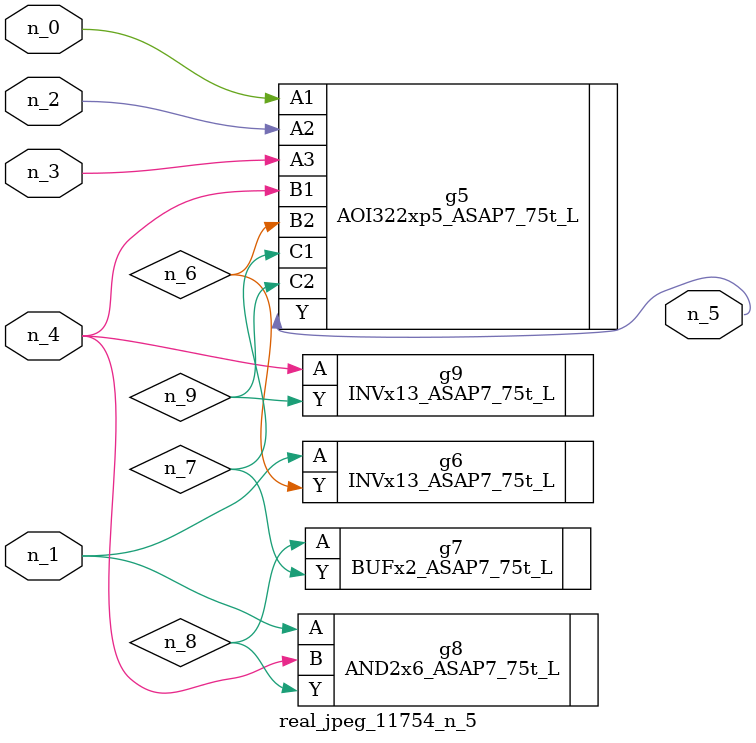
<source format=v>
module real_jpeg_11754_n_5 (n_4, n_0, n_1, n_2, n_3, n_5);

input n_4;
input n_0;
input n_1;
input n_2;
input n_3;

output n_5;

wire n_8;
wire n_6;
wire n_7;
wire n_9;

AOI322xp5_ASAP7_75t_L g5 ( 
.A1(n_0),
.A2(n_2),
.A3(n_3),
.B1(n_4),
.B2(n_6),
.C1(n_7),
.C2(n_9),
.Y(n_5)
);

INVx13_ASAP7_75t_L g6 ( 
.A(n_1),
.Y(n_6)
);

AND2x6_ASAP7_75t_L g8 ( 
.A(n_1),
.B(n_4),
.Y(n_8)
);

INVx13_ASAP7_75t_L g9 ( 
.A(n_4),
.Y(n_9)
);

BUFx2_ASAP7_75t_L g7 ( 
.A(n_8),
.Y(n_7)
);


endmodule
</source>
